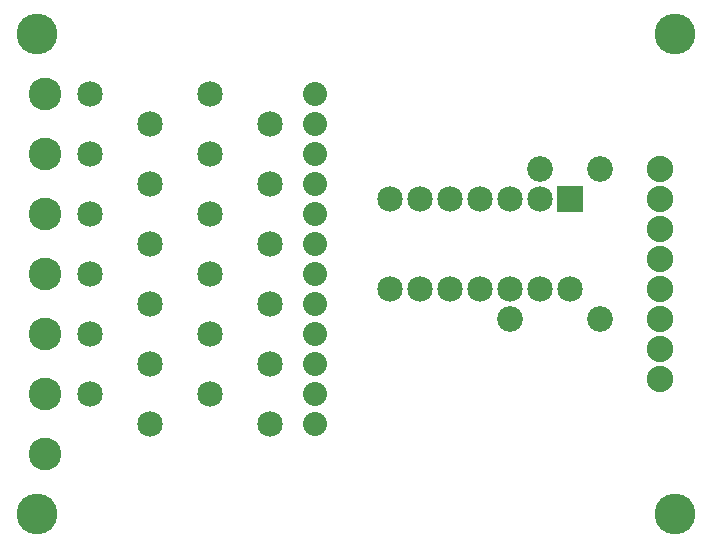
<source format=gbs>
G04 MADE WITH FRITZING*
G04 WWW.FRITZING.ORG*
G04 SINGLE SIDED*
G04 HOLES NOT PLATED*
G04 CONTOUR ON CENTER OF CONTOUR VECTOR*
%ASAXBY*%
%FSLAX23Y23*%
%MOIN*%
%OFA0B0*%
%SFA1.0B1.0*%
%ADD10C,0.085433*%
%ADD11C,0.135984*%
%ADD12C,0.085000*%
%ADD13C,0.088000*%
%ADD14C,0.080000*%
%ADD15C,0.109055*%
%ADD16R,0.085000X0.085000*%
%LNMASK0*%
G90*
G70*
G54D10*
X1784Y1268D03*
X1984Y1268D03*
X1984Y768D03*
X1684Y768D03*
G54D11*
X2234Y118D03*
X2234Y1718D03*
X109Y118D03*
X109Y1718D03*
G54D12*
X1884Y1168D03*
X1884Y868D03*
X1784Y1168D03*
X1784Y868D03*
X1684Y1168D03*
X1684Y868D03*
X1584Y1168D03*
X1584Y868D03*
X1484Y1168D03*
X1484Y868D03*
X1384Y1168D03*
X1384Y868D03*
X1284Y1168D03*
X1284Y868D03*
G54D13*
X2184Y1268D03*
X2184Y1168D03*
X2184Y1068D03*
X2184Y968D03*
X2184Y868D03*
X2184Y768D03*
X2184Y668D03*
X2184Y568D03*
G54D14*
X1034Y518D03*
X1034Y418D03*
X1034Y718D03*
X1034Y618D03*
X1034Y918D03*
X1034Y818D03*
X1034Y1118D03*
X1034Y1018D03*
X1034Y1318D03*
X1034Y1218D03*
X1034Y1518D03*
X1034Y1418D03*
G54D12*
X484Y418D03*
X884Y418D03*
X484Y618D03*
X884Y618D03*
X484Y818D03*
X884Y818D03*
X484Y1018D03*
X884Y1018D03*
X484Y1218D03*
X884Y1218D03*
X484Y1418D03*
X884Y1418D03*
X684Y518D03*
X284Y518D03*
X684Y718D03*
X284Y718D03*
X684Y918D03*
X284Y918D03*
X684Y1118D03*
X284Y1118D03*
X684Y1318D03*
X284Y1318D03*
X684Y1518D03*
X284Y1518D03*
G54D15*
X134Y318D03*
X134Y518D03*
X134Y718D03*
X134Y918D03*
X134Y1118D03*
X134Y1318D03*
X134Y1518D03*
G54D16*
X1884Y1168D03*
G04 End of Mask0*
M02*
</source>
